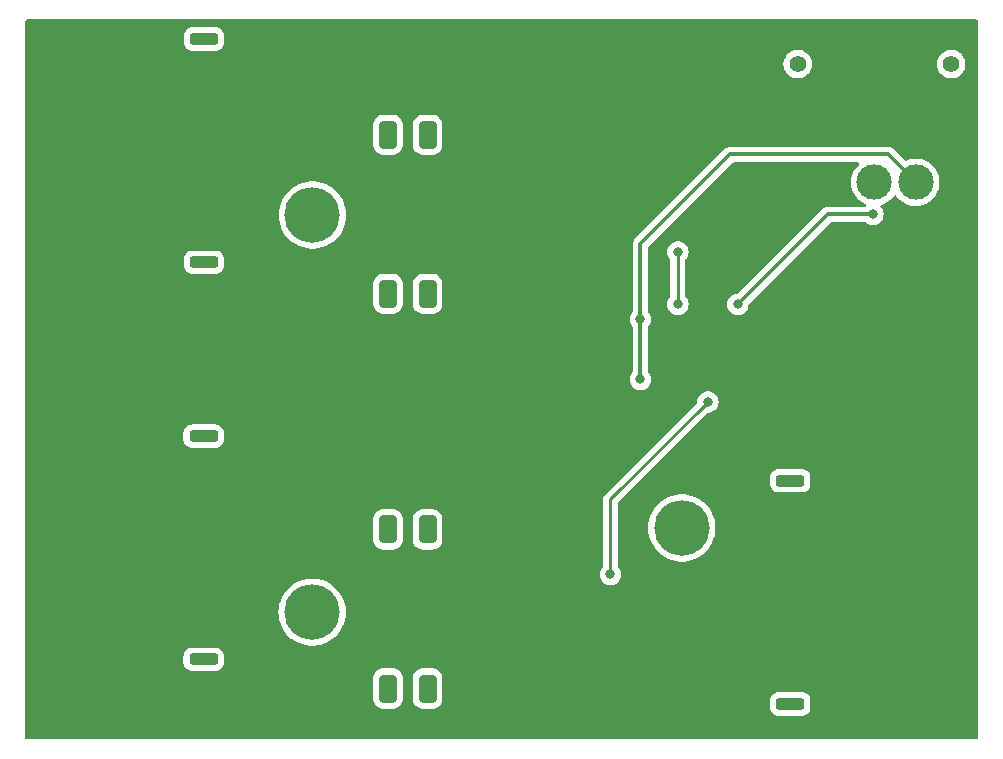
<source format=gbr>
%TF.GenerationSoftware,KiCad,Pcbnew,8.0.0*%
%TF.CreationDate,2024-03-01T13:09:20-07:00*%
%TF.ProjectId,2023IdealDiode,32303233-4964-4656-916c-44696f64652e,rev?*%
%TF.SameCoordinates,Original*%
%TF.FileFunction,Copper,L2,Bot*%
%TF.FilePolarity,Positive*%
%FSLAX46Y46*%
G04 Gerber Fmt 4.6, Leading zero omitted, Abs format (unit mm)*
G04 Created by KiCad (PCBNEW 8.0.0) date 2024-03-01 13:09:20*
%MOMM*%
%LPD*%
G01*
G04 APERTURE LIST*
G04 Aperture macros list*
%AMRoundRect*
0 Rectangle with rounded corners*
0 $1 Rounding radius*
0 $2 $3 $4 $5 $6 $7 $8 $9 X,Y pos of 4 corners*
0 Add a 4 corners polygon primitive as box body*
4,1,4,$2,$3,$4,$5,$6,$7,$8,$9,$2,$3,0*
0 Add four circle primitives for the rounded corners*
1,1,$1+$1,$2,$3*
1,1,$1+$1,$4,$5*
1,1,$1+$1,$6,$7*
1,1,$1+$1,$8,$9*
0 Add four rect primitives between the rounded corners*
20,1,$1+$1,$2,$3,$4,$5,0*
20,1,$1+$1,$4,$5,$6,$7,0*
20,1,$1+$1,$6,$7,$8,$9,0*
20,1,$1+$1,$8,$9,$2,$3,0*%
G04 Aperture macros list end*
%TA.AperFunction,ComponentPad*%
%ADD10C,4.700000*%
%TD*%
%TA.AperFunction,ComponentPad*%
%ADD11R,4.700000X4.700000*%
%TD*%
%TA.AperFunction,ComponentPad*%
%ADD12RoundRect,0.250000X-0.950000X0.250000X-0.950000X-0.250000X0.950000X-0.250000X0.950000X0.250000X0*%
%TD*%
%TA.AperFunction,ComponentPad*%
%ADD13RoundRect,0.375000X-0.375000X0.825000X-0.375000X-0.825000X0.375000X-0.825000X0.375000X0.825000X0*%
%TD*%
%TA.AperFunction,ComponentPad*%
%ADD14RoundRect,0.250000X0.950000X-0.250000X0.950000X0.250000X-0.950000X0.250000X-0.950000X-0.250000X0*%
%TD*%
%TA.AperFunction,ComponentPad*%
%ADD15C,3.000000*%
%TD*%
%TA.AperFunction,ComponentPad*%
%ADD16R,3.000000X3.000000*%
%TD*%
%TA.AperFunction,ComponentPad*%
%ADD17C,1.400000*%
%TD*%
%TA.AperFunction,ViaPad*%
%ADD18C,0.800000*%
%TD*%
%TA.AperFunction,Conductor*%
%ADD19C,0.300000*%
%TD*%
%TA.AperFunction,Conductor*%
%ADD20C,0.250000*%
%TD*%
%ADD21C,0.350000*%
%ADD22O,1.400000X0.600000*%
%ADD23O,0.900000X1.800000*%
G04 APERTURE END LIST*
D10*
%TO.P,J1,1,+*%
%TO.N,Net-(J1-+)*%
X303075000Y-238180000D03*
D11*
%TO.P,J1,2,-*%
%TO.N,GND*%
X303075000Y-227330000D03*
D12*
%TO.P,J1,3*%
%TO.N,N/C*%
X293875000Y-242180000D03*
%TO.P,J1,4*%
X293875000Y-223280000D03*
%TD*%
D13*
%TO.P,F2,1*%
%TO.N,Net-(D2-A)*%
X312815000Y-264795000D03*
X309485000Y-264795000D03*
%TO.P,F2,2*%
%TO.N,Net-(J2-+)*%
X312815000Y-278265000D03*
X309485000Y-278265000D03*
%TD*%
%TO.P,F1,1*%
%TO.N,Net-(D1-A)*%
X312815000Y-231390000D03*
X309485000Y-231390000D03*
%TO.P,F1,2*%
%TO.N,Net-(J1-+)*%
X312815000Y-244860000D03*
X309485000Y-244860000D03*
%TD*%
D10*
%TO.P,J3,1,+*%
%TO.N,Net-(IC1-OUT1)*%
X334335000Y-264660000D03*
D11*
%TO.P,J3,2,-*%
%TO.N,GND*%
X334335000Y-275510000D03*
D14*
%TO.P,J3,3*%
%TO.N,N/C*%
X343535000Y-260660000D03*
%TO.P,J3,4*%
X343535000Y-279560000D03*
%TD*%
D10*
%TO.P,J2,1,+*%
%TO.N,Net-(J2-+)*%
X303050000Y-271800000D03*
D11*
%TO.P,J2,2,-*%
%TO.N,GND*%
X303050000Y-260950000D03*
D12*
%TO.P,J2,3*%
%TO.N,N/C*%
X293850000Y-275800000D03*
%TO.P,J2,4*%
X293850000Y-256900000D03*
%TD*%
D15*
%TO.P,SW1,3,C*%
%TO.N,Net-(D1-K)*%
X354155000Y-235395000D03*
%TO.P,SW1,2,B*%
%TO.N,Net-(IC1-EN1)*%
X350655000Y-235395000D03*
D16*
%TO.P,SW1,1,A*%
%TO.N,GND*%
X347155000Y-235395000D03*
D17*
%TO.P,SW1,*%
%TO.N,*%
X357155000Y-225395000D03*
X344155000Y-225395000D03*
%TD*%
D18*
%TO.N,Net-(IC1-EN1)*%
X339090000Y-245745000D03*
X350520000Y-238125000D03*
%TO.N,GND*%
X341630000Y-254000000D03*
%TO.N,Net-(D1-K)*%
X330835000Y-252095000D03*
X330835000Y-247015000D03*
%TO.N,Net-(IC1-OUT1)*%
X334010000Y-241300000D03*
X334010000Y-245745000D03*
%TO.N,Net-(IC1-GATE1)*%
X336550000Y-254000000D03*
X328295000Y-268605000D03*
%TD*%
D19*
%TO.N,Net-(IC1-EN1)*%
X346710000Y-238125000D02*
X350520000Y-238125000D01*
X339090000Y-245745000D02*
X346710000Y-238125000D01*
%TO.N,Net-(D1-K)*%
X338455000Y-233045000D02*
X351805000Y-233045000D01*
X351805000Y-233045000D02*
X354155000Y-235395000D01*
X330835000Y-252095000D02*
X330835000Y-240665000D01*
X330835000Y-240665000D02*
X338455000Y-233045000D01*
X330835000Y-252095000D02*
X330835000Y-247015000D01*
D20*
%TO.N,Net-(IC1-OUT1)*%
X334010000Y-245745000D02*
X334010000Y-241300000D01*
%TO.N,Net-(IC1-GATE1)*%
X328295000Y-262255000D02*
X336550000Y-254000000D01*
X328295000Y-268605000D02*
X328295000Y-262255000D01*
%TD*%
%TA.AperFunction,Conductor*%
%TO.N,GND*%
G36*
X359353039Y-221634685D02*
G01*
X359398794Y-221687489D01*
X359410000Y-221739000D01*
X359410000Y-282451000D01*
X359390315Y-282518039D01*
X359337511Y-282563794D01*
X359286000Y-282575000D01*
X278889000Y-282575000D01*
X278821961Y-282555315D01*
X278776206Y-282502511D01*
X278765000Y-282451000D01*
X278765000Y-279166122D01*
X308234500Y-279166122D01*
X308234501Y-279166125D01*
X308237399Y-279208886D01*
X308237399Y-279208887D01*
X308283360Y-279393696D01*
X308367967Y-279564292D01*
X308367969Y-279564295D01*
X308487277Y-279712721D01*
X308487278Y-279712722D01*
X308635704Y-279832030D01*
X308635707Y-279832032D01*
X308806302Y-279916639D01*
X308806303Y-279916639D01*
X308806307Y-279916641D01*
X308991111Y-279962600D01*
X309033877Y-279965500D01*
X309936122Y-279965499D01*
X309978889Y-279962600D01*
X310163693Y-279916641D01*
X310334296Y-279832030D01*
X310482722Y-279712722D01*
X310602030Y-279564296D01*
X310686641Y-279393693D01*
X310732600Y-279208889D01*
X310735500Y-279166123D01*
X310735500Y-279166122D01*
X311564500Y-279166122D01*
X311564501Y-279166125D01*
X311567399Y-279208886D01*
X311567399Y-279208887D01*
X311613360Y-279393696D01*
X311697967Y-279564292D01*
X311697969Y-279564295D01*
X311817277Y-279712721D01*
X311817278Y-279712722D01*
X311965704Y-279832030D01*
X311965707Y-279832032D01*
X312136302Y-279916639D01*
X312136303Y-279916639D01*
X312136307Y-279916641D01*
X312321111Y-279962600D01*
X312363877Y-279965500D01*
X313266122Y-279965499D01*
X313308889Y-279962600D01*
X313493693Y-279916641D01*
X313607897Y-279860001D01*
X341834500Y-279860001D01*
X341834501Y-279860019D01*
X341845000Y-279962796D01*
X341845001Y-279962799D01*
X341900185Y-280129331D01*
X341900186Y-280129334D01*
X341992288Y-280278656D01*
X342116344Y-280402712D01*
X342265666Y-280494814D01*
X342432203Y-280549999D01*
X342534991Y-280560500D01*
X344535008Y-280560499D01*
X344637797Y-280549999D01*
X344804334Y-280494814D01*
X344953656Y-280402712D01*
X345077712Y-280278656D01*
X345169814Y-280129334D01*
X345224999Y-279962797D01*
X345235500Y-279860009D01*
X345235499Y-279259992D01*
X345230278Y-279208886D01*
X345224999Y-279157203D01*
X345224998Y-279157200D01*
X345169814Y-278990666D01*
X345077712Y-278841344D01*
X344953656Y-278717288D01*
X344804334Y-278625186D01*
X344637797Y-278570001D01*
X344637795Y-278570000D01*
X344535010Y-278559500D01*
X342534998Y-278559500D01*
X342534981Y-278559501D01*
X342432203Y-278570000D01*
X342432200Y-278570001D01*
X342265668Y-278625185D01*
X342265663Y-278625187D01*
X342116342Y-278717289D01*
X341992289Y-278841342D01*
X341900187Y-278990663D01*
X341900186Y-278990666D01*
X341845001Y-279157203D01*
X341845001Y-279157204D01*
X341845000Y-279157204D01*
X341834500Y-279259983D01*
X341834500Y-279860001D01*
X313607897Y-279860001D01*
X313664296Y-279832030D01*
X313812722Y-279712722D01*
X313932030Y-279564296D01*
X314016641Y-279393693D01*
X314062600Y-279208889D01*
X314065500Y-279166123D01*
X314065499Y-277363878D01*
X314062600Y-277321111D01*
X314016641Y-277136307D01*
X314014046Y-277131075D01*
X313932032Y-276965707D01*
X313932030Y-276965704D01*
X313812722Y-276817278D01*
X313812721Y-276817277D01*
X313664295Y-276697969D01*
X313664292Y-276697967D01*
X313493697Y-276613360D01*
X313308892Y-276567400D01*
X313287506Y-276565950D01*
X313266123Y-276564500D01*
X313266120Y-276564500D01*
X312363877Y-276564500D01*
X312363874Y-276564501D01*
X312321113Y-276567399D01*
X312321112Y-276567399D01*
X312136303Y-276613360D01*
X311965707Y-276697967D01*
X311965704Y-276697969D01*
X311817278Y-276817277D01*
X311817277Y-276817278D01*
X311697969Y-276965704D01*
X311697967Y-276965707D01*
X311613360Y-277136302D01*
X311567400Y-277321107D01*
X311564500Y-277363879D01*
X311564500Y-279166122D01*
X310735500Y-279166122D01*
X310735499Y-277363878D01*
X310732600Y-277321111D01*
X310686641Y-277136307D01*
X310684046Y-277131075D01*
X310602032Y-276965707D01*
X310602030Y-276965704D01*
X310482722Y-276817278D01*
X310482721Y-276817277D01*
X310334295Y-276697969D01*
X310334292Y-276697967D01*
X310163697Y-276613360D01*
X309978892Y-276567400D01*
X309957506Y-276565950D01*
X309936123Y-276564500D01*
X309936120Y-276564500D01*
X309033877Y-276564500D01*
X309033874Y-276564501D01*
X308991113Y-276567399D01*
X308991112Y-276567399D01*
X308806303Y-276613360D01*
X308635707Y-276697967D01*
X308635704Y-276697969D01*
X308487278Y-276817277D01*
X308487277Y-276817278D01*
X308367969Y-276965704D01*
X308367967Y-276965707D01*
X308283360Y-277136302D01*
X308237400Y-277321107D01*
X308234500Y-277363879D01*
X308234500Y-279166122D01*
X278765000Y-279166122D01*
X278765000Y-276100001D01*
X292149500Y-276100001D01*
X292149501Y-276100019D01*
X292160000Y-276202796D01*
X292160001Y-276202799D01*
X292215185Y-276369331D01*
X292215186Y-276369334D01*
X292307288Y-276518656D01*
X292431344Y-276642712D01*
X292580666Y-276734814D01*
X292747203Y-276789999D01*
X292849991Y-276800500D01*
X294850008Y-276800499D01*
X294952797Y-276789999D01*
X295119334Y-276734814D01*
X295268656Y-276642712D01*
X295392712Y-276518656D01*
X295484814Y-276369334D01*
X295539999Y-276202797D01*
X295550500Y-276100009D01*
X295550499Y-275499992D01*
X295539999Y-275397203D01*
X295484814Y-275230666D01*
X295392712Y-275081344D01*
X295268656Y-274957288D01*
X295119334Y-274865186D01*
X294952797Y-274810001D01*
X294952795Y-274810000D01*
X294850010Y-274799500D01*
X292849998Y-274799500D01*
X292849981Y-274799501D01*
X292747203Y-274810000D01*
X292747200Y-274810001D01*
X292580668Y-274865185D01*
X292580663Y-274865187D01*
X292431342Y-274957289D01*
X292307289Y-275081342D01*
X292215187Y-275230663D01*
X292215186Y-275230666D01*
X292160001Y-275397203D01*
X292160001Y-275397204D01*
X292160000Y-275397204D01*
X292149500Y-275499983D01*
X292149500Y-276100001D01*
X278765000Y-276100001D01*
X278765000Y-271800003D01*
X300194669Y-271800003D01*
X300213976Y-272131484D01*
X300213977Y-272131495D01*
X300271631Y-272458467D01*
X300271634Y-272458481D01*
X300366866Y-272776580D01*
X300498379Y-273081461D01*
X300498385Y-273081474D01*
X300664406Y-273369031D01*
X300862678Y-273635356D01*
X300862683Y-273635362D01*
X300862690Y-273635371D01*
X301090553Y-273876893D01*
X301274689Y-274031400D01*
X301344912Y-274090325D01*
X301344920Y-274090331D01*
X301622330Y-274272787D01*
X301622334Y-274272789D01*
X301919061Y-274421811D01*
X302231082Y-274535377D01*
X302231088Y-274535378D01*
X302231090Y-274535379D01*
X302554161Y-274611949D01*
X302554168Y-274611950D01*
X302554177Y-274611952D01*
X302883977Y-274650500D01*
X302883984Y-274650500D01*
X303216016Y-274650500D01*
X303216023Y-274650500D01*
X303545823Y-274611952D01*
X303545832Y-274611949D01*
X303545838Y-274611949D01*
X303806445Y-274550183D01*
X303868918Y-274535377D01*
X304180939Y-274421811D01*
X304477666Y-274272789D01*
X304755085Y-274090327D01*
X305009447Y-273876893D01*
X305237310Y-273635371D01*
X305435594Y-273369030D01*
X305601617Y-273081470D01*
X305733133Y-272776581D01*
X305828365Y-272458485D01*
X305886024Y-272131484D01*
X305905331Y-271800000D01*
X305886024Y-271468516D01*
X305828365Y-271141515D01*
X305733133Y-270823419D01*
X305601617Y-270518530D01*
X305435594Y-270230970D01*
X305435593Y-270230968D01*
X305237321Y-269964643D01*
X305237314Y-269964635D01*
X305237310Y-269964629D01*
X305009447Y-269723107D01*
X304847153Y-269586926D01*
X304755087Y-269509674D01*
X304755079Y-269509668D01*
X304477669Y-269327212D01*
X304180946Y-269178192D01*
X304180940Y-269178189D01*
X303868930Y-269064627D01*
X303868909Y-269064620D01*
X303545838Y-268988050D01*
X303545823Y-268988048D01*
X303216023Y-268949500D01*
X302883977Y-268949500D01*
X302595402Y-268983229D01*
X302554176Y-268988048D01*
X302554161Y-268988050D01*
X302231090Y-269064620D01*
X302231069Y-269064627D01*
X301919059Y-269178189D01*
X301919053Y-269178192D01*
X301622330Y-269327212D01*
X301344920Y-269509668D01*
X301344912Y-269509674D01*
X301138936Y-269682508D01*
X301090553Y-269723107D01*
X300862690Y-269964629D01*
X300862687Y-269964632D01*
X300862685Y-269964635D01*
X300862678Y-269964643D01*
X300664406Y-270230968D01*
X300498385Y-270518525D01*
X300498379Y-270518538D01*
X300366866Y-270823419D01*
X300271634Y-271141518D01*
X300271631Y-271141532D01*
X300213977Y-271468504D01*
X300213976Y-271468515D01*
X300194669Y-271799996D01*
X300194669Y-271800003D01*
X278765000Y-271800003D01*
X278765000Y-268605000D01*
X327389540Y-268605000D01*
X327409326Y-268793256D01*
X327409327Y-268793259D01*
X327467818Y-268973277D01*
X327467821Y-268973284D01*
X327562467Y-269137216D01*
X327689129Y-269277888D01*
X327842265Y-269389148D01*
X327842270Y-269389151D01*
X328015192Y-269466142D01*
X328015197Y-269466144D01*
X328200354Y-269505500D01*
X328200355Y-269505500D01*
X328389644Y-269505500D01*
X328389646Y-269505500D01*
X328574803Y-269466144D01*
X328747730Y-269389151D01*
X328900871Y-269277888D01*
X329027533Y-269137216D01*
X329122179Y-268973284D01*
X329180674Y-268793256D01*
X329200460Y-268605000D01*
X329180674Y-268416744D01*
X329122179Y-268236716D01*
X329027533Y-268072784D01*
X328952350Y-267989284D01*
X328922120Y-267926292D01*
X328920500Y-267906312D01*
X328920500Y-264660003D01*
X331479669Y-264660003D01*
X331498976Y-264991484D01*
X331498977Y-264991495D01*
X331556631Y-265318467D01*
X331556634Y-265318481D01*
X331651866Y-265636580D01*
X331783379Y-265941461D01*
X331783385Y-265941474D01*
X331949406Y-266229031D01*
X332147678Y-266495356D01*
X332147683Y-266495362D01*
X332147690Y-266495371D01*
X332375553Y-266736893D01*
X332559689Y-266891400D01*
X332629912Y-266950325D01*
X332629920Y-266950331D01*
X332907330Y-267132787D01*
X332907334Y-267132789D01*
X333204061Y-267281811D01*
X333516082Y-267395377D01*
X333516088Y-267395378D01*
X333516090Y-267395379D01*
X333839161Y-267471949D01*
X333839168Y-267471950D01*
X333839177Y-267471952D01*
X334168977Y-267510500D01*
X334168984Y-267510500D01*
X334501016Y-267510500D01*
X334501023Y-267510500D01*
X334830823Y-267471952D01*
X334830832Y-267471949D01*
X334830838Y-267471949D01*
X335091445Y-267410183D01*
X335153918Y-267395377D01*
X335465939Y-267281811D01*
X335762666Y-267132789D01*
X336040085Y-266950327D01*
X336294447Y-266736893D01*
X336522310Y-266495371D01*
X336720594Y-266229030D01*
X336886617Y-265941470D01*
X337018133Y-265636581D01*
X337113365Y-265318485D01*
X337171024Y-264991484D01*
X337190331Y-264660000D01*
X337171024Y-264328516D01*
X337113365Y-264001515D01*
X337018133Y-263683419D01*
X336886617Y-263378530D01*
X336799691Y-263227970D01*
X336720593Y-263090968D01*
X336522321Y-262824643D01*
X336522314Y-262824635D01*
X336522310Y-262824629D01*
X336294447Y-262583107D01*
X336132153Y-262446926D01*
X336040087Y-262369674D01*
X336040079Y-262369668D01*
X335762669Y-262187212D01*
X335465946Y-262038192D01*
X335465937Y-262038188D01*
X335153930Y-261924627D01*
X335153909Y-261924620D01*
X334830838Y-261848050D01*
X334830823Y-261848048D01*
X334501023Y-261809500D01*
X334168977Y-261809500D01*
X333880402Y-261843229D01*
X333839176Y-261848048D01*
X333839161Y-261848050D01*
X333516090Y-261924620D01*
X333516069Y-261924627D01*
X333204063Y-262038188D01*
X333204053Y-262038192D01*
X332907330Y-262187212D01*
X332629920Y-262369668D01*
X332629912Y-262369674D01*
X332423936Y-262542508D01*
X332375553Y-262583107D01*
X332147690Y-262824629D01*
X332147687Y-262824632D01*
X332147685Y-262824635D01*
X332147678Y-262824643D01*
X331949406Y-263090968D01*
X331783385Y-263378525D01*
X331783379Y-263378538D01*
X331651866Y-263683419D01*
X331556634Y-264001518D01*
X331556631Y-264001532D01*
X331498977Y-264328504D01*
X331498976Y-264328515D01*
X331479669Y-264659996D01*
X331479669Y-264660003D01*
X328920500Y-264660003D01*
X328920500Y-262565452D01*
X328940185Y-262498413D01*
X328956819Y-262477771D01*
X330474589Y-260960001D01*
X341834500Y-260960001D01*
X341834501Y-260960019D01*
X341845000Y-261062796D01*
X341845001Y-261062799D01*
X341900185Y-261229331D01*
X341900186Y-261229334D01*
X341992288Y-261378656D01*
X342116344Y-261502712D01*
X342265666Y-261594814D01*
X342432203Y-261649999D01*
X342534991Y-261660500D01*
X344535008Y-261660499D01*
X344637797Y-261649999D01*
X344804334Y-261594814D01*
X344953656Y-261502712D01*
X345077712Y-261378656D01*
X345169814Y-261229334D01*
X345224999Y-261062797D01*
X345235500Y-260960009D01*
X345235499Y-260359992D01*
X345224999Y-260257203D01*
X345169814Y-260090666D01*
X345077712Y-259941344D01*
X344953656Y-259817288D01*
X344804334Y-259725186D01*
X344637797Y-259670001D01*
X344637795Y-259670000D01*
X344535010Y-259659500D01*
X342534998Y-259659500D01*
X342534981Y-259659501D01*
X342432203Y-259670000D01*
X342432200Y-259670001D01*
X342265668Y-259725185D01*
X342265663Y-259725187D01*
X342116342Y-259817289D01*
X341992289Y-259941342D01*
X341900187Y-260090663D01*
X341900186Y-260090666D01*
X341845001Y-260257203D01*
X341845001Y-260257204D01*
X341845000Y-260257204D01*
X341834500Y-260359983D01*
X341834500Y-260960001D01*
X330474589Y-260960001D01*
X336497771Y-254936819D01*
X336559094Y-254903334D01*
X336585452Y-254900500D01*
X336644644Y-254900500D01*
X336644646Y-254900500D01*
X336829803Y-254861144D01*
X337002730Y-254784151D01*
X337155871Y-254672888D01*
X337282533Y-254532216D01*
X337377179Y-254368284D01*
X337435674Y-254188256D01*
X337455460Y-254000000D01*
X337435674Y-253811744D01*
X337377179Y-253631716D01*
X337282533Y-253467784D01*
X337155871Y-253327112D01*
X337155870Y-253327111D01*
X337002734Y-253215851D01*
X337002729Y-253215848D01*
X336829807Y-253138857D01*
X336829802Y-253138855D01*
X336684001Y-253107865D01*
X336644646Y-253099500D01*
X336455354Y-253099500D01*
X336422897Y-253106398D01*
X336270197Y-253138855D01*
X336270192Y-253138857D01*
X336097270Y-253215848D01*
X336097265Y-253215851D01*
X335944129Y-253327111D01*
X335817466Y-253467785D01*
X335722821Y-253631715D01*
X335722818Y-253631722D01*
X335664327Y-253811740D01*
X335664326Y-253811744D01*
X335656405Y-253887105D01*
X335646678Y-253979651D01*
X335620093Y-254044266D01*
X335611038Y-254054370D01*
X327896270Y-261769139D01*
X327809144Y-261856264D01*
X327809138Y-261856272D01*
X327740690Y-261958708D01*
X327740688Y-261958713D01*
X327707769Y-262038188D01*
X327693539Y-262072541D01*
X327693535Y-262072555D01*
X327669500Y-262193389D01*
X327669500Y-267906312D01*
X327649815Y-267973351D01*
X327637650Y-267989284D01*
X327562466Y-268072784D01*
X327467821Y-268236715D01*
X327467818Y-268236722D01*
X327409327Y-268416740D01*
X327409326Y-268416744D01*
X327389540Y-268605000D01*
X278765000Y-268605000D01*
X278765000Y-265696122D01*
X308234500Y-265696122D01*
X308234501Y-265696125D01*
X308237399Y-265738886D01*
X308237399Y-265738887D01*
X308283360Y-265923696D01*
X308367967Y-266094292D01*
X308367969Y-266094295D01*
X308487277Y-266242721D01*
X308487278Y-266242722D01*
X308635704Y-266362030D01*
X308635707Y-266362032D01*
X308806302Y-266446639D01*
X308806303Y-266446639D01*
X308806307Y-266446641D01*
X308991111Y-266492600D01*
X309033877Y-266495500D01*
X309936122Y-266495499D01*
X309978889Y-266492600D01*
X310163693Y-266446641D01*
X310334296Y-266362030D01*
X310482722Y-266242722D01*
X310602030Y-266094296D01*
X310686641Y-265923693D01*
X310732600Y-265738889D01*
X310735500Y-265696123D01*
X310735500Y-265696122D01*
X311564500Y-265696122D01*
X311564501Y-265696125D01*
X311567399Y-265738886D01*
X311567399Y-265738887D01*
X311613360Y-265923696D01*
X311697967Y-266094292D01*
X311697969Y-266094295D01*
X311817277Y-266242721D01*
X311817278Y-266242722D01*
X311965704Y-266362030D01*
X311965707Y-266362032D01*
X312136302Y-266446639D01*
X312136303Y-266446639D01*
X312136307Y-266446641D01*
X312321111Y-266492600D01*
X312363877Y-266495500D01*
X313266122Y-266495499D01*
X313308889Y-266492600D01*
X313493693Y-266446641D01*
X313664296Y-266362030D01*
X313812722Y-266242722D01*
X313932030Y-266094296D01*
X314016641Y-265923693D01*
X314062600Y-265738889D01*
X314065500Y-265696123D01*
X314065499Y-263893878D01*
X314062600Y-263851111D01*
X314016641Y-263666307D01*
X314014046Y-263661075D01*
X313932032Y-263495707D01*
X313932030Y-263495704D01*
X313812722Y-263347278D01*
X313812721Y-263347277D01*
X313664295Y-263227969D01*
X313664292Y-263227967D01*
X313493697Y-263143360D01*
X313308892Y-263097400D01*
X313287506Y-263095950D01*
X313266123Y-263094500D01*
X313266120Y-263094500D01*
X312363877Y-263094500D01*
X312363874Y-263094501D01*
X312321113Y-263097399D01*
X312321112Y-263097399D01*
X312136303Y-263143360D01*
X311965707Y-263227967D01*
X311965704Y-263227969D01*
X311817278Y-263347277D01*
X311817277Y-263347278D01*
X311697969Y-263495704D01*
X311697967Y-263495707D01*
X311613360Y-263666302D01*
X311567400Y-263851107D01*
X311564500Y-263893879D01*
X311564500Y-265696122D01*
X310735500Y-265696122D01*
X310735499Y-263893878D01*
X310732600Y-263851111D01*
X310686641Y-263666307D01*
X310684046Y-263661075D01*
X310602032Y-263495707D01*
X310602030Y-263495704D01*
X310482722Y-263347278D01*
X310482721Y-263347277D01*
X310334295Y-263227969D01*
X310334292Y-263227967D01*
X310163697Y-263143360D01*
X309978892Y-263097400D01*
X309957506Y-263095950D01*
X309936123Y-263094500D01*
X309936120Y-263094500D01*
X309033877Y-263094500D01*
X309033874Y-263094501D01*
X308991113Y-263097399D01*
X308991112Y-263097399D01*
X308806303Y-263143360D01*
X308635707Y-263227967D01*
X308635704Y-263227969D01*
X308487278Y-263347277D01*
X308487277Y-263347278D01*
X308367969Y-263495704D01*
X308367967Y-263495707D01*
X308283360Y-263666302D01*
X308237400Y-263851107D01*
X308234500Y-263893879D01*
X308234500Y-265696122D01*
X278765000Y-265696122D01*
X278765000Y-257200001D01*
X292149500Y-257200001D01*
X292149501Y-257200019D01*
X292160000Y-257302796D01*
X292160001Y-257302799D01*
X292215185Y-257469331D01*
X292215186Y-257469334D01*
X292307288Y-257618656D01*
X292431344Y-257742712D01*
X292580666Y-257834814D01*
X292747203Y-257889999D01*
X292849991Y-257900500D01*
X294850008Y-257900499D01*
X294952797Y-257889999D01*
X295119334Y-257834814D01*
X295268656Y-257742712D01*
X295392712Y-257618656D01*
X295484814Y-257469334D01*
X295539999Y-257302797D01*
X295550500Y-257200009D01*
X295550499Y-256599992D01*
X295539999Y-256497203D01*
X295484814Y-256330666D01*
X295392712Y-256181344D01*
X295268656Y-256057288D01*
X295119334Y-255965186D01*
X294952797Y-255910001D01*
X294952795Y-255910000D01*
X294850010Y-255899500D01*
X292849998Y-255899500D01*
X292849981Y-255899501D01*
X292747203Y-255910000D01*
X292747200Y-255910001D01*
X292580668Y-255965185D01*
X292580663Y-255965187D01*
X292431342Y-256057289D01*
X292307289Y-256181342D01*
X292215187Y-256330663D01*
X292215186Y-256330666D01*
X292160001Y-256497203D01*
X292160001Y-256497204D01*
X292160000Y-256497204D01*
X292149500Y-256599983D01*
X292149500Y-257200001D01*
X278765000Y-257200001D01*
X278765000Y-252095000D01*
X329929540Y-252095000D01*
X329949326Y-252283256D01*
X329949327Y-252283259D01*
X330007818Y-252463277D01*
X330007821Y-252463284D01*
X330102467Y-252627216D01*
X330229129Y-252767888D01*
X330382265Y-252879148D01*
X330382270Y-252879151D01*
X330555192Y-252956142D01*
X330555197Y-252956144D01*
X330740354Y-252995500D01*
X330740355Y-252995500D01*
X330929644Y-252995500D01*
X330929646Y-252995500D01*
X331114803Y-252956144D01*
X331287730Y-252879151D01*
X331440871Y-252767888D01*
X331567533Y-252627216D01*
X331662179Y-252463284D01*
X331720674Y-252283256D01*
X331740460Y-252095000D01*
X331720674Y-251906744D01*
X331662179Y-251726716D01*
X331567533Y-251562784D01*
X331517350Y-251507050D01*
X331487120Y-251444058D01*
X331485500Y-251424078D01*
X331485500Y-247685921D01*
X331505185Y-247618882D01*
X331517351Y-247602948D01*
X331567533Y-247547216D01*
X331662179Y-247383284D01*
X331720674Y-247203256D01*
X331740460Y-247015000D01*
X331720674Y-246826744D01*
X331662179Y-246646716D01*
X331567533Y-246482784D01*
X331517350Y-246427050D01*
X331487120Y-246364058D01*
X331485500Y-246344078D01*
X331485500Y-245745000D01*
X333104540Y-245745000D01*
X333124326Y-245933256D01*
X333124327Y-245933259D01*
X333182818Y-246113277D01*
X333182821Y-246113284D01*
X333277467Y-246277216D01*
X333398032Y-246411117D01*
X333404129Y-246417888D01*
X333557265Y-246529148D01*
X333557270Y-246529151D01*
X333730192Y-246606142D01*
X333730197Y-246606144D01*
X333915354Y-246645500D01*
X333915355Y-246645500D01*
X334104644Y-246645500D01*
X334104646Y-246645500D01*
X334289803Y-246606144D01*
X334462730Y-246529151D01*
X334615871Y-246417888D01*
X334742533Y-246277216D01*
X334837179Y-246113284D01*
X334895674Y-245933256D01*
X334915460Y-245745000D01*
X334895674Y-245556744D01*
X334837179Y-245376716D01*
X334742533Y-245212784D01*
X334667350Y-245129284D01*
X334637120Y-245066292D01*
X334635500Y-245046312D01*
X334635500Y-241998687D01*
X334655185Y-241931648D01*
X334667350Y-241915715D01*
X334699509Y-241879998D01*
X334742533Y-241832216D01*
X334837179Y-241668284D01*
X334895674Y-241488256D01*
X334915460Y-241300000D01*
X334895674Y-241111744D01*
X334837179Y-240931716D01*
X334742533Y-240767784D01*
X334615871Y-240627112D01*
X334579832Y-240600928D01*
X334462734Y-240515851D01*
X334462729Y-240515848D01*
X334289807Y-240438857D01*
X334289802Y-240438855D01*
X334144001Y-240407865D01*
X334104646Y-240399500D01*
X333915354Y-240399500D01*
X333882897Y-240406398D01*
X333730197Y-240438855D01*
X333730192Y-240438857D01*
X333557270Y-240515848D01*
X333557265Y-240515851D01*
X333404129Y-240627111D01*
X333277466Y-240767785D01*
X333182821Y-240931715D01*
X333182818Y-240931722D01*
X333124327Y-241111740D01*
X333124326Y-241111744D01*
X333104540Y-241300000D01*
X333124326Y-241488256D01*
X333124327Y-241488259D01*
X333182818Y-241668277D01*
X333182821Y-241668284D01*
X333277467Y-241832216D01*
X333320474Y-241879980D01*
X333352650Y-241915715D01*
X333382880Y-241978706D01*
X333384500Y-241998687D01*
X333384500Y-245046312D01*
X333364815Y-245113351D01*
X333352650Y-245129284D01*
X333277466Y-245212784D01*
X333182821Y-245376715D01*
X333182818Y-245376722D01*
X333124327Y-245556740D01*
X333124326Y-245556744D01*
X333104540Y-245745000D01*
X331485500Y-245745000D01*
X331485500Y-240985808D01*
X331505185Y-240918769D01*
X331521819Y-240898127D01*
X338688127Y-233731819D01*
X338749450Y-233698334D01*
X338775808Y-233695500D01*
X349226003Y-233695500D01*
X349293042Y-233715185D01*
X349338797Y-233767989D01*
X349348741Y-233837147D01*
X349319716Y-233900703D01*
X349313684Y-233907181D01*
X349139270Y-234081594D01*
X349139254Y-234081612D01*
X348967775Y-234310682D01*
X348967770Y-234310690D01*
X348830635Y-234561833D01*
X348730628Y-234829962D01*
X348669804Y-235109566D01*
X348649390Y-235394998D01*
X348649390Y-235395001D01*
X348669804Y-235680433D01*
X348730628Y-235960037D01*
X348830635Y-236228166D01*
X348967770Y-236479309D01*
X348967775Y-236479317D01*
X349139254Y-236708387D01*
X349139270Y-236708405D01*
X349341594Y-236910729D01*
X349341612Y-236910745D01*
X349570682Y-237082224D01*
X349570690Y-237082229D01*
X349821833Y-237219364D01*
X349821837Y-237219366D01*
X349821839Y-237219367D01*
X349861925Y-237234318D01*
X349917859Y-237276189D01*
X349942276Y-237341654D01*
X349927424Y-237409926D01*
X349878019Y-237459332D01*
X349818592Y-237474500D01*
X346645929Y-237474500D01*
X346520261Y-237499497D01*
X346520255Y-237499499D01*
X346401870Y-237548535D01*
X346295331Y-237619722D01*
X346295324Y-237619728D01*
X339106873Y-244808181D01*
X339045550Y-244841666D01*
X339019192Y-244844500D01*
X338995354Y-244844500D01*
X338962897Y-244851398D01*
X338810197Y-244883855D01*
X338810192Y-244883857D01*
X338637270Y-244960848D01*
X338637265Y-244960851D01*
X338484129Y-245072111D01*
X338357466Y-245212785D01*
X338262821Y-245376715D01*
X338262818Y-245376722D01*
X338204327Y-245556740D01*
X338204326Y-245556744D01*
X338184540Y-245745000D01*
X338204326Y-245933256D01*
X338204327Y-245933259D01*
X338262818Y-246113277D01*
X338262821Y-246113284D01*
X338357467Y-246277216D01*
X338478032Y-246411117D01*
X338484129Y-246417888D01*
X338637265Y-246529148D01*
X338637270Y-246529151D01*
X338810192Y-246606142D01*
X338810197Y-246606144D01*
X338995354Y-246645500D01*
X338995355Y-246645500D01*
X339184644Y-246645500D01*
X339184646Y-246645500D01*
X339369803Y-246606144D01*
X339542730Y-246529151D01*
X339695871Y-246417888D01*
X339822533Y-246277216D01*
X339917179Y-246113284D01*
X339975674Y-245933256D01*
X339989168Y-245804855D01*
X340015752Y-245740242D01*
X340024799Y-245730145D01*
X346943127Y-238811819D01*
X347004450Y-238778334D01*
X347030808Y-238775500D01*
X349843025Y-238775500D01*
X349910064Y-238795185D01*
X349915910Y-238799182D01*
X350067265Y-238909148D01*
X350067270Y-238909151D01*
X350240192Y-238986142D01*
X350240197Y-238986144D01*
X350425354Y-239025500D01*
X350425355Y-239025500D01*
X350614644Y-239025500D01*
X350614646Y-239025500D01*
X350799803Y-238986144D01*
X350972730Y-238909151D01*
X351125871Y-238797888D01*
X351252533Y-238657216D01*
X351347179Y-238493284D01*
X351405674Y-238313256D01*
X351425460Y-238125000D01*
X351405674Y-237936744D01*
X351347179Y-237756716D01*
X351252533Y-237592784D01*
X351182035Y-237514488D01*
X351151807Y-237451500D01*
X351160432Y-237382165D01*
X351205173Y-237328499D01*
X351230848Y-237315339D01*
X351488161Y-237219367D01*
X351739315Y-237082226D01*
X351968395Y-236910739D01*
X352170739Y-236708395D01*
X352305733Y-236528064D01*
X352361666Y-236486192D01*
X352431358Y-236481208D01*
X352492681Y-236514693D01*
X352504267Y-236528064D01*
X352639254Y-236708387D01*
X352639270Y-236708405D01*
X352841594Y-236910729D01*
X352841612Y-236910745D01*
X353070682Y-237082224D01*
X353070690Y-237082229D01*
X353321833Y-237219364D01*
X353321832Y-237219364D01*
X353321836Y-237219365D01*
X353321839Y-237219367D01*
X353589954Y-237319369D01*
X353589960Y-237319370D01*
X353589962Y-237319371D01*
X353869566Y-237380195D01*
X353869568Y-237380195D01*
X353869572Y-237380196D01*
X354123220Y-237398337D01*
X354154999Y-237400610D01*
X354155000Y-237400610D01*
X354155001Y-237400610D01*
X354183595Y-237398564D01*
X354440428Y-237380196D01*
X354702877Y-237323104D01*
X354720037Y-237319371D01*
X354720037Y-237319370D01*
X354720046Y-237319369D01*
X354988161Y-237219367D01*
X355239315Y-237082226D01*
X355468395Y-236910739D01*
X355670739Y-236708395D01*
X355842226Y-236479315D01*
X355979367Y-236228161D01*
X356079369Y-235960046D01*
X356079371Y-235960037D01*
X356140195Y-235680433D01*
X356140195Y-235680432D01*
X356140196Y-235680428D01*
X356160610Y-235395000D01*
X356140196Y-235109572D01*
X356079369Y-234829954D01*
X355979367Y-234561839D01*
X355842226Y-234310685D01*
X355842224Y-234310682D01*
X355670745Y-234081612D01*
X355670729Y-234081594D01*
X355468405Y-233879270D01*
X355468387Y-233879254D01*
X355239317Y-233707775D01*
X355239309Y-233707770D01*
X354988166Y-233570635D01*
X354988167Y-233570635D01*
X354880915Y-233530632D01*
X354720046Y-233470631D01*
X354720043Y-233470630D01*
X354720037Y-233470628D01*
X354440433Y-233409804D01*
X354155001Y-233389390D01*
X354154999Y-233389390D01*
X353869566Y-233409804D01*
X353589960Y-233470629D01*
X353589955Y-233470630D01*
X353589954Y-233470631D01*
X353534607Y-233491274D01*
X353344602Y-233562142D01*
X353274910Y-233567126D01*
X353213588Y-233533641D01*
X352219673Y-232539726D01*
X352219669Y-232539723D01*
X352113127Y-232468535D01*
X351994744Y-232419499D01*
X351994738Y-232419497D01*
X351869071Y-232394500D01*
X351869069Y-232394500D01*
X338390931Y-232394500D01*
X338390929Y-232394500D01*
X338265261Y-232419497D01*
X338265255Y-232419499D01*
X338146870Y-232468535D01*
X338040331Y-232539722D01*
X338040324Y-232539728D01*
X330329722Y-240250331D01*
X330329718Y-240250336D01*
X330307037Y-240284283D01*
X330307037Y-240284284D01*
X330258534Y-240356874D01*
X330209499Y-240475255D01*
X330209497Y-240475261D01*
X330184500Y-240600928D01*
X330184500Y-246344078D01*
X330164815Y-246411117D01*
X330152650Y-246427050D01*
X330102466Y-246482785D01*
X330007821Y-246646715D01*
X330007818Y-246646722D01*
X329949327Y-246826740D01*
X329949326Y-246826744D01*
X329929540Y-247015000D01*
X329949326Y-247203256D01*
X329949327Y-247203259D01*
X330007818Y-247383277D01*
X330007821Y-247383284D01*
X330102466Y-247547215D01*
X330152649Y-247602948D01*
X330182880Y-247665940D01*
X330184500Y-247685921D01*
X330184500Y-251424078D01*
X330164815Y-251491117D01*
X330152650Y-251507050D01*
X330102466Y-251562785D01*
X330007821Y-251726715D01*
X330007818Y-251726722D01*
X329949327Y-251906740D01*
X329949326Y-251906744D01*
X329929540Y-252095000D01*
X278765000Y-252095000D01*
X278765000Y-245761122D01*
X308234500Y-245761122D01*
X308234501Y-245761125D01*
X308237399Y-245803886D01*
X308237399Y-245803887D01*
X308283360Y-245988696D01*
X308367967Y-246159292D01*
X308367969Y-246159295D01*
X308487277Y-246307721D01*
X308487278Y-246307722D01*
X308635704Y-246427030D01*
X308635707Y-246427032D01*
X308806302Y-246511639D01*
X308806303Y-246511639D01*
X308806307Y-246511641D01*
X308991111Y-246557600D01*
X309033877Y-246560500D01*
X309936122Y-246560499D01*
X309978889Y-246557600D01*
X310163693Y-246511641D01*
X310334296Y-246427030D01*
X310482722Y-246307722D01*
X310602030Y-246159296D01*
X310686641Y-245988693D01*
X310732600Y-245803889D01*
X310735500Y-245761123D01*
X310735500Y-245761122D01*
X311564500Y-245761122D01*
X311564501Y-245761125D01*
X311567399Y-245803886D01*
X311567399Y-245803887D01*
X311613360Y-245988696D01*
X311697967Y-246159292D01*
X311697969Y-246159295D01*
X311817277Y-246307721D01*
X311817278Y-246307722D01*
X311965704Y-246427030D01*
X311965707Y-246427032D01*
X312136302Y-246511639D01*
X312136303Y-246511639D01*
X312136307Y-246511641D01*
X312321111Y-246557600D01*
X312363877Y-246560500D01*
X313266122Y-246560499D01*
X313308889Y-246557600D01*
X313493693Y-246511641D01*
X313664296Y-246427030D01*
X313812722Y-246307722D01*
X313932030Y-246159296D01*
X314016641Y-245988693D01*
X314062600Y-245803889D01*
X314065500Y-245761123D01*
X314065499Y-243958878D01*
X314062600Y-243916111D01*
X314016641Y-243731307D01*
X314014046Y-243726075D01*
X313932032Y-243560707D01*
X313932030Y-243560704D01*
X313812722Y-243412278D01*
X313812721Y-243412277D01*
X313664295Y-243292969D01*
X313664292Y-243292967D01*
X313493697Y-243208360D01*
X313308892Y-243162400D01*
X313287506Y-243160950D01*
X313266123Y-243159500D01*
X313266120Y-243159500D01*
X312363877Y-243159500D01*
X312363874Y-243159501D01*
X312321113Y-243162399D01*
X312321112Y-243162399D01*
X312136303Y-243208360D01*
X311965707Y-243292967D01*
X311965704Y-243292969D01*
X311817278Y-243412277D01*
X311817277Y-243412278D01*
X311697969Y-243560704D01*
X311697967Y-243560707D01*
X311613360Y-243731302D01*
X311567400Y-243916107D01*
X311564500Y-243958879D01*
X311564500Y-245761122D01*
X310735500Y-245761122D01*
X310735499Y-243958878D01*
X310732600Y-243916111D01*
X310686641Y-243731307D01*
X310684046Y-243726075D01*
X310602032Y-243560707D01*
X310602030Y-243560704D01*
X310482722Y-243412278D01*
X310482721Y-243412277D01*
X310334295Y-243292969D01*
X310334292Y-243292967D01*
X310163697Y-243208360D01*
X309978892Y-243162400D01*
X309957506Y-243160950D01*
X309936123Y-243159500D01*
X309936120Y-243159500D01*
X309033877Y-243159500D01*
X309033874Y-243159501D01*
X308991113Y-243162399D01*
X308991112Y-243162399D01*
X308806303Y-243208360D01*
X308635707Y-243292967D01*
X308635704Y-243292969D01*
X308487278Y-243412277D01*
X308487277Y-243412278D01*
X308367969Y-243560704D01*
X308367967Y-243560707D01*
X308283360Y-243731302D01*
X308237400Y-243916107D01*
X308234500Y-243958879D01*
X308234500Y-245761122D01*
X278765000Y-245761122D01*
X278765000Y-242480001D01*
X292174500Y-242480001D01*
X292174501Y-242480019D01*
X292185000Y-242582796D01*
X292185001Y-242582799D01*
X292240185Y-242749331D01*
X292240186Y-242749334D01*
X292332288Y-242898656D01*
X292456344Y-243022712D01*
X292605666Y-243114814D01*
X292772203Y-243169999D01*
X292874991Y-243180500D01*
X294875008Y-243180499D01*
X294977797Y-243169999D01*
X295144334Y-243114814D01*
X295293656Y-243022712D01*
X295417712Y-242898656D01*
X295509814Y-242749334D01*
X295564999Y-242582797D01*
X295575500Y-242480009D01*
X295575499Y-241879992D01*
X295570618Y-241832214D01*
X295564999Y-241777203D01*
X295564998Y-241777200D01*
X295509814Y-241610666D01*
X295417712Y-241461344D01*
X295293656Y-241337288D01*
X295144334Y-241245186D01*
X294977797Y-241190001D01*
X294977795Y-241190000D01*
X294875010Y-241179500D01*
X292874998Y-241179500D01*
X292874981Y-241179501D01*
X292772203Y-241190000D01*
X292772200Y-241190001D01*
X292605668Y-241245185D01*
X292605663Y-241245187D01*
X292456342Y-241337289D01*
X292332289Y-241461342D01*
X292240187Y-241610663D01*
X292240185Y-241610668D01*
X292221093Y-241668284D01*
X292185001Y-241777203D01*
X292185001Y-241777204D01*
X292185000Y-241777204D01*
X292174500Y-241879983D01*
X292174500Y-242480001D01*
X278765000Y-242480001D01*
X278765000Y-238180003D01*
X300219669Y-238180003D01*
X300238976Y-238511484D01*
X300238977Y-238511495D01*
X300296631Y-238838467D01*
X300296634Y-238838481D01*
X300391866Y-239156580D01*
X300523379Y-239461461D01*
X300523385Y-239461474D01*
X300689406Y-239749031D01*
X300887678Y-240015356D01*
X300887683Y-240015362D01*
X300887690Y-240015371D01*
X301115553Y-240256893D01*
X301285506Y-240399500D01*
X301369912Y-240470325D01*
X301369920Y-240470331D01*
X301647330Y-240652787D01*
X301647334Y-240652789D01*
X301944061Y-240801811D01*
X302256082Y-240915377D01*
X302256088Y-240915378D01*
X302256090Y-240915379D01*
X302579161Y-240991949D01*
X302579168Y-240991950D01*
X302579177Y-240991952D01*
X302908977Y-241030500D01*
X302908984Y-241030500D01*
X303241016Y-241030500D01*
X303241023Y-241030500D01*
X303570823Y-240991952D01*
X303570832Y-240991949D01*
X303570838Y-240991949D01*
X303879606Y-240918769D01*
X303893918Y-240915377D01*
X304205939Y-240801811D01*
X304502666Y-240652789D01*
X304780085Y-240470327D01*
X305034447Y-240256893D01*
X305262310Y-240015371D01*
X305460594Y-239749030D01*
X305626617Y-239461470D01*
X305758133Y-239156581D01*
X305853365Y-238838485D01*
X305911024Y-238511484D01*
X305930331Y-238180000D01*
X305911024Y-237848516D01*
X305853365Y-237521515D01*
X305758133Y-237203419D01*
X305626617Y-236898530D01*
X305460594Y-236610970D01*
X305398873Y-236528064D01*
X305262321Y-236344643D01*
X305262314Y-236344635D01*
X305262310Y-236344629D01*
X305034447Y-236103107D01*
X304863942Y-235960037D01*
X304780087Y-235889674D01*
X304780079Y-235889668D01*
X304502669Y-235707212D01*
X304205946Y-235558192D01*
X304205940Y-235558189D01*
X303893930Y-235444627D01*
X303893909Y-235444620D01*
X303570838Y-235368050D01*
X303570823Y-235368048D01*
X303241023Y-235329500D01*
X302908977Y-235329500D01*
X302620402Y-235363229D01*
X302579176Y-235368048D01*
X302579161Y-235368050D01*
X302256090Y-235444620D01*
X302256069Y-235444627D01*
X301944059Y-235558189D01*
X301944053Y-235558192D01*
X301647330Y-235707212D01*
X301369920Y-235889668D01*
X301369912Y-235889674D01*
X301163936Y-236062508D01*
X301115553Y-236103107D01*
X300887690Y-236344629D01*
X300887687Y-236344632D01*
X300887685Y-236344635D01*
X300887678Y-236344643D01*
X300689406Y-236610968D01*
X300523385Y-236898525D01*
X300523379Y-236898538D01*
X300391866Y-237203419D01*
X300296634Y-237521518D01*
X300296631Y-237521532D01*
X300238977Y-237848504D01*
X300238976Y-237848515D01*
X300219669Y-238179996D01*
X300219669Y-238180003D01*
X278765000Y-238180003D01*
X278765000Y-232291122D01*
X308234500Y-232291122D01*
X308234501Y-232291125D01*
X308237399Y-232333886D01*
X308237399Y-232333887D01*
X308283360Y-232518696D01*
X308367967Y-232689292D01*
X308367969Y-232689295D01*
X308487277Y-232837721D01*
X308487278Y-232837722D01*
X308635704Y-232957030D01*
X308635707Y-232957032D01*
X308806302Y-233041639D01*
X308806303Y-233041639D01*
X308806307Y-233041641D01*
X308991111Y-233087600D01*
X309033877Y-233090500D01*
X309936122Y-233090499D01*
X309978889Y-233087600D01*
X310163693Y-233041641D01*
X310334296Y-232957030D01*
X310482722Y-232837722D01*
X310602030Y-232689296D01*
X310686641Y-232518693D01*
X310732600Y-232333889D01*
X310735500Y-232291123D01*
X310735500Y-232291122D01*
X311564500Y-232291122D01*
X311564501Y-232291125D01*
X311567399Y-232333886D01*
X311567399Y-232333887D01*
X311613360Y-232518696D01*
X311697967Y-232689292D01*
X311697969Y-232689295D01*
X311817277Y-232837721D01*
X311817278Y-232837722D01*
X311965704Y-232957030D01*
X311965707Y-232957032D01*
X312136302Y-233041639D01*
X312136303Y-233041639D01*
X312136307Y-233041641D01*
X312321111Y-233087600D01*
X312363877Y-233090500D01*
X313266122Y-233090499D01*
X313308889Y-233087600D01*
X313493693Y-233041641D01*
X313664296Y-232957030D01*
X313812722Y-232837722D01*
X313932030Y-232689296D01*
X314016641Y-232518693D01*
X314062600Y-232333889D01*
X314065500Y-232291123D01*
X314065499Y-230488878D01*
X314062600Y-230446111D01*
X314016641Y-230261307D01*
X314014046Y-230256075D01*
X313932032Y-230090707D01*
X313932030Y-230090704D01*
X313812722Y-229942278D01*
X313812721Y-229942277D01*
X313664295Y-229822969D01*
X313664292Y-229822967D01*
X313493697Y-229738360D01*
X313308892Y-229692400D01*
X313287506Y-229690950D01*
X313266123Y-229689500D01*
X313266120Y-229689500D01*
X312363877Y-229689500D01*
X312363874Y-229689501D01*
X312321113Y-229692399D01*
X312321112Y-229692399D01*
X312136303Y-229738360D01*
X311965707Y-229822967D01*
X311965704Y-229822969D01*
X311817278Y-229942277D01*
X311817277Y-229942278D01*
X311697969Y-230090704D01*
X311697967Y-230090707D01*
X311613360Y-230261302D01*
X311567400Y-230446107D01*
X311564500Y-230488879D01*
X311564500Y-232291122D01*
X310735500Y-232291122D01*
X310735499Y-230488878D01*
X310732600Y-230446111D01*
X310686641Y-230261307D01*
X310684046Y-230256075D01*
X310602032Y-230090707D01*
X310602030Y-230090704D01*
X310482722Y-229942278D01*
X310482721Y-229942277D01*
X310334295Y-229822969D01*
X310334292Y-229822967D01*
X310163697Y-229738360D01*
X309978892Y-229692400D01*
X309957506Y-229690950D01*
X309936123Y-229689500D01*
X309936120Y-229689500D01*
X309033877Y-229689500D01*
X309033874Y-229689501D01*
X308991113Y-229692399D01*
X308991112Y-229692399D01*
X308806303Y-229738360D01*
X308635707Y-229822967D01*
X308635704Y-229822969D01*
X308487278Y-229942277D01*
X308487277Y-229942278D01*
X308367969Y-230090704D01*
X308367967Y-230090707D01*
X308283360Y-230261302D01*
X308237400Y-230446107D01*
X308234500Y-230488879D01*
X308234500Y-232291122D01*
X278765000Y-232291122D01*
X278765000Y-225395000D01*
X342949357Y-225395000D01*
X342969884Y-225616535D01*
X342969885Y-225616537D01*
X343030769Y-225830523D01*
X343030775Y-225830538D01*
X343129938Y-226029683D01*
X343129943Y-226029691D01*
X343264020Y-226207238D01*
X343428437Y-226357123D01*
X343428439Y-226357125D01*
X343617595Y-226474245D01*
X343617596Y-226474245D01*
X343617599Y-226474247D01*
X343825060Y-226554618D01*
X344043757Y-226595500D01*
X344043759Y-226595500D01*
X344266241Y-226595500D01*
X344266243Y-226595500D01*
X344484940Y-226554618D01*
X344692401Y-226474247D01*
X344881562Y-226357124D01*
X345045981Y-226207236D01*
X345180058Y-226029689D01*
X345279229Y-225830528D01*
X345340115Y-225616536D01*
X345360643Y-225395000D01*
X355949357Y-225395000D01*
X355969884Y-225616535D01*
X355969885Y-225616537D01*
X356030769Y-225830523D01*
X356030775Y-225830538D01*
X356129938Y-226029683D01*
X356129943Y-226029691D01*
X356264020Y-226207238D01*
X356428437Y-226357123D01*
X356428439Y-226357125D01*
X356617595Y-226474245D01*
X356617596Y-226474245D01*
X356617599Y-226474247D01*
X356825060Y-226554618D01*
X357043757Y-226595500D01*
X357043759Y-226595500D01*
X357266241Y-226595500D01*
X357266243Y-226595500D01*
X357484940Y-226554618D01*
X357692401Y-226474247D01*
X357881562Y-226357124D01*
X358045981Y-226207236D01*
X358180058Y-226029689D01*
X358279229Y-225830528D01*
X358340115Y-225616536D01*
X358360643Y-225395000D01*
X358340115Y-225173464D01*
X358279229Y-224959472D01*
X358279224Y-224959461D01*
X358180061Y-224760316D01*
X358180056Y-224760308D01*
X358045979Y-224582761D01*
X357881562Y-224432876D01*
X357881560Y-224432874D01*
X357692404Y-224315754D01*
X357692398Y-224315752D01*
X357484940Y-224235382D01*
X357266243Y-224194500D01*
X357043757Y-224194500D01*
X356825060Y-224235382D01*
X356708600Y-224280499D01*
X356617601Y-224315752D01*
X356617595Y-224315754D01*
X356428439Y-224432874D01*
X356428437Y-224432876D01*
X356264020Y-224582761D01*
X356129943Y-224760308D01*
X356129938Y-224760316D01*
X356030775Y-224959461D01*
X356030769Y-224959476D01*
X355969885Y-225173462D01*
X355969884Y-225173464D01*
X355949357Y-225394999D01*
X355949357Y-225395000D01*
X345360643Y-225395000D01*
X345340115Y-225173464D01*
X345279229Y-224959472D01*
X345279224Y-224959461D01*
X345180061Y-224760316D01*
X345180056Y-224760308D01*
X345045979Y-224582761D01*
X344881562Y-224432876D01*
X344881560Y-224432874D01*
X344692404Y-224315754D01*
X344692398Y-224315752D01*
X344484940Y-224235382D01*
X344266243Y-224194500D01*
X344043757Y-224194500D01*
X343825060Y-224235382D01*
X343708600Y-224280499D01*
X343617601Y-224315752D01*
X343617595Y-224315754D01*
X343428439Y-224432874D01*
X343428437Y-224432876D01*
X343264020Y-224582761D01*
X343129943Y-224760308D01*
X343129938Y-224760316D01*
X343030775Y-224959461D01*
X343030769Y-224959476D01*
X342969885Y-225173462D01*
X342969884Y-225173464D01*
X342949357Y-225394999D01*
X342949357Y-225395000D01*
X278765000Y-225395000D01*
X278765000Y-223580001D01*
X292174500Y-223580001D01*
X292174501Y-223580019D01*
X292185000Y-223682796D01*
X292185001Y-223682799D01*
X292240185Y-223849331D01*
X292240186Y-223849334D01*
X292332288Y-223998656D01*
X292456344Y-224122712D01*
X292605666Y-224214814D01*
X292772203Y-224269999D01*
X292874991Y-224280500D01*
X294875008Y-224280499D01*
X294977797Y-224269999D01*
X295144334Y-224214814D01*
X295293656Y-224122712D01*
X295417712Y-223998656D01*
X295509814Y-223849334D01*
X295564999Y-223682797D01*
X295575500Y-223580009D01*
X295575499Y-222979992D01*
X295564999Y-222877203D01*
X295509814Y-222710666D01*
X295417712Y-222561344D01*
X295293656Y-222437288D01*
X295144334Y-222345186D01*
X294977797Y-222290001D01*
X294977795Y-222290000D01*
X294875010Y-222279500D01*
X292874998Y-222279500D01*
X292874981Y-222279501D01*
X292772203Y-222290000D01*
X292772200Y-222290001D01*
X292605668Y-222345185D01*
X292605663Y-222345187D01*
X292456342Y-222437289D01*
X292332289Y-222561342D01*
X292240187Y-222710663D01*
X292240186Y-222710666D01*
X292185001Y-222877203D01*
X292185001Y-222877204D01*
X292185000Y-222877204D01*
X292174500Y-222979983D01*
X292174500Y-223580001D01*
X278765000Y-223580001D01*
X278765000Y-221739000D01*
X278784685Y-221671961D01*
X278837489Y-221626206D01*
X278889000Y-221615000D01*
X359286000Y-221615000D01*
X359353039Y-221634685D01*
G37*
%TD.AperFunction*%
%TD*%
D21*
X339090000Y-245745000D03*
X350520000Y-238125000D03*
X341630000Y-254000000D03*
X330835000Y-252095000D03*
X330835000Y-247015000D03*
X334010000Y-241300000D03*
X334010000Y-245745000D03*
X336550000Y-254000000D03*
X328295000Y-268605000D03*
X303075000Y-238180000D03*
X303075000Y-227330000D03*
D22*
X293875000Y-242180000D03*
X293875000Y-223280000D03*
D23*
X312815000Y-264795000D03*
X309485000Y-264795000D03*
X312815000Y-278265000D03*
X309485000Y-278265000D03*
X312815000Y-231390000D03*
X309485000Y-231390000D03*
X312815000Y-244860000D03*
X309485000Y-244860000D03*
D21*
X334335000Y-264660000D03*
X334335000Y-275510000D03*
D22*
X343535000Y-260660000D03*
X343535000Y-279560000D03*
D21*
X303050000Y-271800000D03*
X303050000Y-260950000D03*
D22*
X293850000Y-275800000D03*
X293850000Y-256900000D03*
D21*
X354155000Y-235395000D03*
X350655000Y-235395000D03*
X347155000Y-235395000D03*
X357155000Y-225395000D03*
X344155000Y-225395000D03*
M02*

</source>
